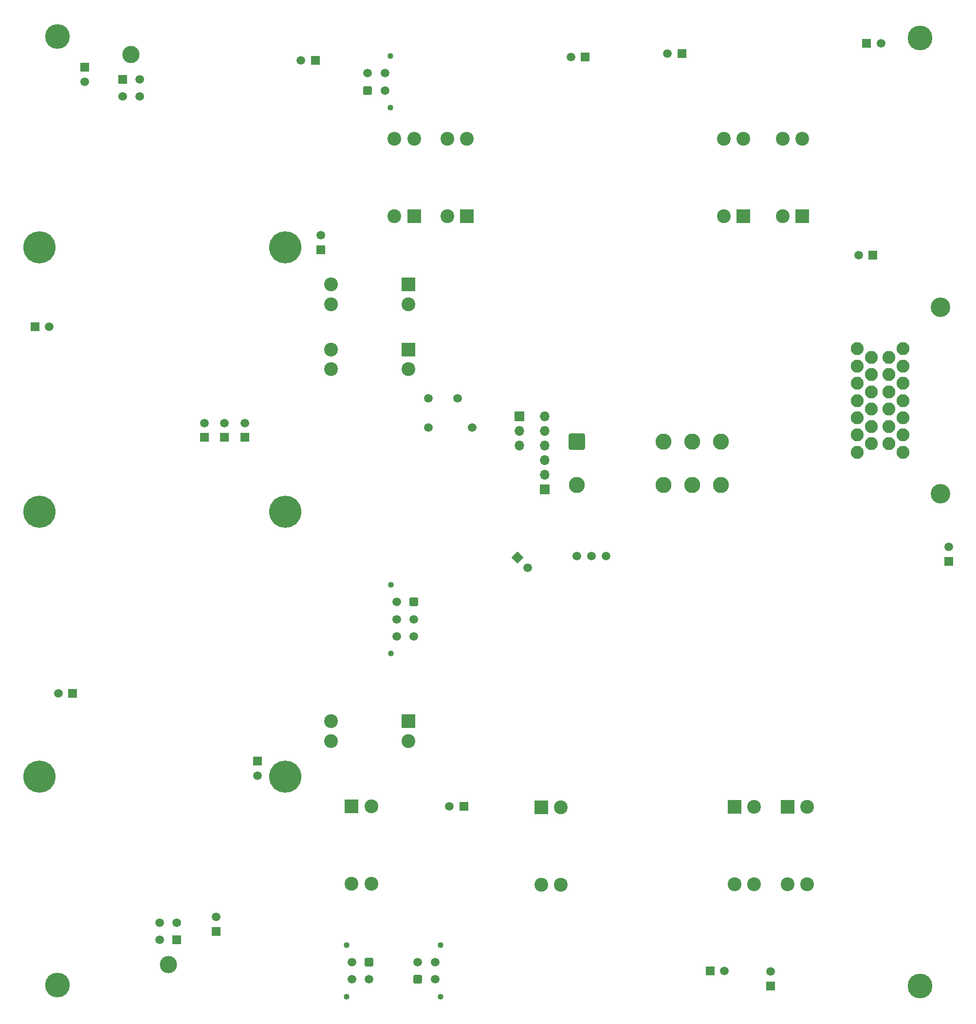
<source format=gbr>
%TF.GenerationSoftware,KiCad,Pcbnew,8.0.5*%
%TF.CreationDate,2025-01-18T20:32:25+01:00*%
%TF.ProjectId,FT25_PDU,46543235-5f50-4445-952e-6b696361645f,V1.2*%
%TF.SameCoordinates,Original*%
%TF.FileFunction,Soldermask,Bot*%
%TF.FilePolarity,Negative*%
%FSLAX46Y46*%
G04 Gerber Fmt 4.6, Leading zero omitted, Abs format (unit mm)*
G04 Created by KiCad (PCBNEW 8.0.5) date 2025-01-18 20:32:25*
%MOMM*%
%LPD*%
G01*
G04 APERTURE LIST*
G04 Aperture macros list*
%AMRoundRect*
0 Rectangle with rounded corners*
0 $1 Rounding radius*
0 $2 $3 $4 $5 $6 $7 $8 $9 X,Y pos of 4 corners*
0 Add a 4 corners polygon primitive as box body*
4,1,4,$2,$3,$4,$5,$6,$7,$8,$9,$2,$3,0*
0 Add four circle primitives for the rounded corners*
1,1,$1+$1,$2,$3*
1,1,$1+$1,$4,$5*
1,1,$1+$1,$6,$7*
1,1,$1+$1,$8,$9*
0 Add four rect primitives between the rounded corners*
20,1,$1+$1,$2,$3,$4,$5,0*
20,1,$1+$1,$4,$5,$6,$7,0*
20,1,$1+$1,$6,$7,$8,$9,0*
20,1,$1+$1,$8,$9,$2,$3,0*%
%AMRotRect*
0 Rectangle, with rotation*
0 The origin of the aperture is its center*
0 $1 length*
0 $2 width*
0 $3 Rotation angle, in degrees counterclockwise*
0 Add horizontal line*
21,1,$1,$2,0,0,$3*%
G04 Aperture macros list end*
%ADD10R,1.500000X1.500000*%
%ADD11C,1.500000*%
%ADD12C,5.600000*%
%ADD13R,2.400000X2.400000*%
%ADD14C,2.400000*%
%ADD15C,4.300000*%
%ADD16C,1.020000*%
%ADD17RoundRect,0.250001X0.499999X-0.499999X0.499999X0.499999X-0.499999X0.499999X-0.499999X-0.499999X0*%
%ADD18C,3.000000*%
%ADD19R,1.520000X1.520000*%
%ADD20C,1.520000*%
%ADD21C,3.400000*%
%ADD22C,2.250000*%
%ADD23RotRect,1.500000X1.500000X315.000000*%
%ADD24R,1.700000X1.700000*%
%ADD25O,1.700000X1.700000*%
%ADD26C,2.800000*%
%ADD27RoundRect,0.250000X-1.150000X-1.150000X1.150000X-1.150000X1.150000X1.150000X-1.150000X1.150000X0*%
%ADD28RoundRect,0.250001X-0.499999X0.499999X-0.499999X-0.499999X0.499999X-0.499999X0.499999X0.499999X0*%
G04 APERTURE END LIST*
D10*
%TO.C,TP2*%
X165320000Y-98460000D03*
D11*
X165320000Y-95960000D03*
%TD*%
D10*
%TO.C,TP13*%
X147190001Y-216990000D03*
D11*
X147190001Y-214490000D03*
%TD*%
D10*
%TO.C,TP14*%
X261380000Y-99440000D03*
D11*
X258880000Y-99440000D03*
%TD*%
D12*
%TO.C,REF\u002A\u002A*%
X116410000Y-144080000D03*
%TD*%
D13*
%TO.C,H12*%
X180580000Y-180485000D03*
D14*
X180580000Y-183885000D03*
X167110000Y-180485000D03*
X167110000Y-183885000D03*
%TD*%
D15*
%TO.C,H4*%
X119575000Y-226345000D03*
%TD*%
D12*
%TO.C,REF\u002A\u002A*%
X116410000Y-190080000D03*
%TD*%
D16*
%TO.C,J5*%
X177445000Y-73795000D03*
X177445000Y-64795000D03*
D17*
X173505000Y-70795000D03*
D11*
X173505000Y-67795000D03*
X176505000Y-70795000D03*
X176505000Y-67795000D03*
%TD*%
D10*
%TO.C,TP12*%
X211339141Y-64992342D03*
D11*
X208839141Y-64992342D03*
%TD*%
%TO.C,K2*%
X189130000Y-124340000D03*
X184050000Y-124340000D03*
X191670000Y-129420000D03*
X184050000Y-129420000D03*
%TD*%
D10*
%TO.C,TP17*%
X152120000Y-131100000D03*
D11*
X152120000Y-128600000D03*
%TD*%
D13*
%TO.C,H15*%
X180629999Y-115825000D03*
D14*
X180629999Y-119225000D03*
X167159999Y-115825000D03*
X167159999Y-119225000D03*
%TD*%
D10*
%TO.C,TP4*%
X260299999Y-62600000D03*
D11*
X262799999Y-62600000D03*
%TD*%
D18*
%TO.C,J9*%
X132379500Y-64505800D03*
D19*
X130879500Y-68825800D03*
D20*
X133879500Y-68825800D03*
X130879500Y-71825800D03*
X133879500Y-71825800D03*
%TD*%
D13*
%TO.C,H5*%
X246515000Y-195350000D03*
D14*
X249915000Y-195350000D03*
X246515000Y-208820000D03*
X249915000Y-208820000D03*
%TD*%
D18*
%TO.C,J11*%
X138824000Y-222794200D03*
D19*
X140324000Y-218474200D03*
D20*
X137324000Y-218474200D03*
X140324000Y-215474200D03*
X137324000Y-215474200D03*
%TD*%
D12*
%TO.C,REF\u002A\u002A*%
X159210000Y-144080000D03*
%TD*%
D10*
%TO.C,TP5*%
X190250000Y-195230000D03*
D11*
X187750000Y-195230000D03*
%TD*%
D15*
%TO.C,H3*%
X269575000Y-61695000D03*
%TD*%
D21*
%TO.C,J10*%
X273150000Y-140950000D03*
X273150000Y-108450000D03*
D22*
X258650000Y-133700000D03*
X258650000Y-130700000D03*
X258650000Y-127700000D03*
X258650000Y-124700000D03*
X258650000Y-121700000D03*
X258650000Y-118700000D03*
X258650000Y-115700000D03*
X261150000Y-132200000D03*
X261150000Y-129200000D03*
X261150000Y-126200000D03*
X261150000Y-123200000D03*
X261150000Y-120200000D03*
X261150000Y-117200000D03*
X264150000Y-132200000D03*
X264150000Y-129200000D03*
X264150000Y-126200000D03*
X264150000Y-123200000D03*
X264150000Y-120200000D03*
X264150000Y-117200000D03*
X266650000Y-133700000D03*
X266650000Y-130700000D03*
X266650000Y-127700000D03*
X266650000Y-124700000D03*
X266650000Y-121700000D03*
X266650000Y-118700000D03*
X266650000Y-115700000D03*
%TD*%
D13*
%TO.C,H14*%
X190775001Y-92620000D03*
D14*
X187375001Y-92620000D03*
X190775001Y-79150000D03*
X187375001Y-79150000D03*
%TD*%
D23*
%TO.C,TP11*%
X199560553Y-152033274D03*
D11*
X201328320Y-153801041D03*
%TD*%
D13*
%TO.C,H7*%
X238835000Y-92630000D03*
D14*
X235435000Y-92630000D03*
X238835000Y-79160000D03*
X235435000Y-79160000D03*
%TD*%
D24*
%TO.C,J2*%
X199865000Y-127465000D03*
D25*
X199865000Y-130005000D03*
X199865000Y-132545000D03*
%TD*%
D12*
%TO.C,REF\u002A\u002A*%
X116410000Y-98080000D03*
%TD*%
D10*
%TO.C,TP6*%
X154370000Y-187430000D03*
D11*
X154370000Y-189930000D03*
%TD*%
D15*
%TO.C,H2*%
X269575000Y-226545000D03*
%TD*%
D13*
%TO.C,H6*%
X181585000Y-92620000D03*
D14*
X178185000Y-92620000D03*
X181585000Y-79150000D03*
X178185000Y-79150000D03*
%TD*%
D11*
%TO.C,U11*%
X214940000Y-151720000D03*
X212400000Y-151720000D03*
X209860000Y-151720000D03*
%TD*%
D10*
%TO.C,TP7*%
X115640000Y-111860000D03*
D11*
X118140000Y-111860000D03*
%TD*%
D16*
%TO.C,J3*%
X186174201Y-228361500D03*
X186174201Y-219361500D03*
D17*
X182234201Y-225361500D03*
D11*
X182234201Y-222361500D03*
X185234201Y-225361500D03*
X185234201Y-222361500D03*
%TD*%
D10*
%TO.C,TP19*%
X124290000Y-66770000D03*
D11*
X124290000Y-69270000D03*
%TD*%
D26*
%TO.C,K1*%
X229929411Y-131855000D03*
X224929411Y-131855000D03*
X234929411Y-131855000D03*
X229929411Y-139355000D03*
X224929411Y-139355000D03*
X234929411Y-139355000D03*
D27*
X209929411Y-131855000D03*
D26*
X209929411Y-139355000D03*
%TD*%
D13*
%TO.C,H11*%
X180630000Y-104545000D03*
D14*
X180630000Y-107945000D03*
X167160000Y-104545000D03*
X167160000Y-107945000D03*
%TD*%
D10*
%TO.C,TP3*%
X228180001Y-64350000D03*
D11*
X225680001Y-64350000D03*
%TD*%
D12*
%TO.C,REF\u002A\u002A*%
X159210000Y-98080000D03*
%TD*%
D13*
%TO.C,H13*%
X237325000Y-195350000D03*
D14*
X240725000Y-195350000D03*
X237325000Y-208820000D03*
X240725000Y-208820000D03*
%TD*%
D10*
%TO.C,TP10*%
X233090000Y-223860000D03*
D11*
X235590000Y-223860000D03*
%TD*%
D10*
%TO.C,TP16*%
X145120000Y-131100000D03*
D11*
X145120000Y-128600000D03*
%TD*%
D16*
%TO.C,J7*%
X177595000Y-156725000D03*
X177595000Y-168725000D03*
D28*
X181535000Y-159725000D03*
D11*
X181535000Y-162725000D03*
X181535000Y-165725000D03*
X178535000Y-159725000D03*
X178535000Y-162725000D03*
X178535000Y-165725000D03*
%TD*%
D12*
%TO.C,REF\u002A\u002A*%
X159210000Y-190080000D03*
%TD*%
D10*
%TO.C,TP15*%
X148620000Y-131100000D03*
D11*
X148620000Y-128600000D03*
%TD*%
D10*
%TO.C,TP9*%
X274570000Y-152680000D03*
D11*
X274570000Y-150180000D03*
%TD*%
D13*
%TO.C,H9*%
X203725000Y-195450000D03*
D14*
X207125000Y-195450000D03*
X203725000Y-208920000D03*
X207125000Y-208920000D03*
%TD*%
D13*
%TO.C,H10*%
X170725000Y-195300000D03*
D14*
X174125000Y-195300000D03*
X170725000Y-208770000D03*
X174125000Y-208770000D03*
%TD*%
D16*
%TO.C,J1*%
X169810000Y-219364200D03*
X169810000Y-228364200D03*
D28*
X173750000Y-222364200D03*
D11*
X173750000Y-225364200D03*
X170750000Y-222364200D03*
X170750000Y-225364200D03*
%TD*%
D24*
%TO.C,J4*%
X204285000Y-140165000D03*
D25*
X204285000Y-137625000D03*
X204285000Y-135085000D03*
X204285000Y-132545000D03*
X204285000Y-130005000D03*
X204285000Y-127465000D03*
%TD*%
D10*
%TO.C,TP8*%
X122200000Y-175640000D03*
D11*
X119700000Y-175640000D03*
%TD*%
D10*
%TO.C,TP1*%
X243620000Y-226500000D03*
D11*
X243620000Y-224000000D03*
%TD*%
D10*
%TO.C,TP18*%
X164420000Y-65550000D03*
D11*
X161920000Y-65550000D03*
%TD*%
D13*
%TO.C,H8*%
X249125000Y-92630000D03*
D14*
X245725000Y-92630000D03*
X249125000Y-79160000D03*
X245725000Y-79160000D03*
%TD*%
D15*
%TO.C,H1*%
X119575000Y-61395000D03*
%TD*%
M02*

</source>
